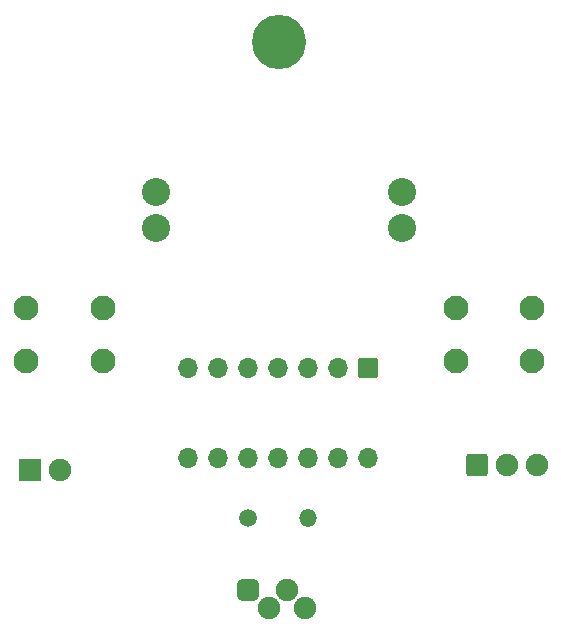
<source format=gts>
G04 #@! TF.GenerationSoftware,KiCad,Pcbnew,(6.0.0)*
G04 #@! TF.CreationDate,2022-03-25T14:06:01-05:00*
G04 #@! TF.ProjectId,gencyber-badge-22_2,67656e63-7962-4657-922d-62616467652d,rev?*
G04 #@! TF.SameCoordinates,Original*
G04 #@! TF.FileFunction,Soldermask,Top*
G04 #@! TF.FilePolarity,Negative*
%FSLAX46Y46*%
G04 Gerber Fmt 4.6, Leading zero omitted, Abs format (unit mm)*
G04 Created by KiCad (PCBNEW (6.0.0)) date 2022-03-25 14:06:01*
%MOMM*%
%LPD*%
G01*
G04 APERTURE LIST*
G04 Aperture macros list*
%AMRoundRect*
0 Rectangle with rounded corners*
0 $1 Rounding radius*
0 $2 $3 $4 $5 $6 $7 $8 $9 X,Y pos of 4 corners*
0 Add a 4 corners polygon primitive as box body*
4,1,4,$2,$3,$4,$5,$6,$7,$8,$9,$2,$3,0*
0 Add four circle primitives for the rounded corners*
1,1,$1+$1,$2,$3*
1,1,$1+$1,$4,$5*
1,1,$1+$1,$6,$7*
1,1,$1+$1,$8,$9*
0 Add four rect primitives between the rounded corners*
20,1,$1+$1,$2,$3,$4,$5,0*
20,1,$1+$1,$4,$5,$6,$7,0*
20,1,$1+$1,$6,$7,$8,$9,0*
20,1,$1+$1,$8,$9,$2,$3,0*%
G04 Aperture macros list end*
%ADD10C,2.100000*%
%ADD11C,4.600000*%
%ADD12RoundRect,0.300200X-0.649800X-0.649800X0.649800X-0.649800X0.649800X0.649800X-0.649800X0.649800X0*%
%ADD13C,1.900000*%
%ADD14RoundRect,0.050000X0.900000X0.900000X-0.900000X0.900000X-0.900000X-0.900000X0.900000X-0.900000X0*%
%ADD15RoundRect,0.050000X-0.800000X0.800000X-0.800000X-0.800000X0.800000X-0.800000X0.800000X0.800000X0*%
%ADD16O,1.700000X1.700000*%
%ADD17RoundRect,0.500000X-0.450000X-0.450000X0.450000X-0.450000X0.450000X0.450000X-0.450000X0.450000X0*%
%ADD18C,1.500000*%
%ADD19O,1.500000X1.500000*%
%ADD20C,2.386000*%
G04 APERTURE END LIST*
D10*
X136050000Y-88550000D03*
X129550000Y-88550000D03*
X136050000Y-93050000D03*
X129550000Y-93050000D03*
D11*
X151000000Y-66100000D03*
D12*
X167760000Y-101875000D03*
D13*
X170300000Y-101875000D03*
X172840000Y-101875000D03*
D14*
X129910000Y-102300000D03*
D13*
X132450000Y-102300000D03*
D15*
X158560000Y-93700000D03*
D16*
X156020000Y-93700000D03*
X153480000Y-93700000D03*
X150940000Y-93700000D03*
X148400000Y-93700000D03*
X145860000Y-93700000D03*
X143320000Y-93700000D03*
X143320000Y-101320000D03*
X145860000Y-101320000D03*
X148400000Y-101320000D03*
X150940000Y-101320000D03*
X153480000Y-101320000D03*
X156020000Y-101320000D03*
X158560000Y-101320000D03*
D17*
X148390000Y-112440000D03*
D13*
X150168000Y-113964000D03*
X151692000Y-112440000D03*
X153216000Y-113964000D03*
D10*
X172450000Y-88550000D03*
X165950000Y-88550000D03*
X172450000Y-93050000D03*
X165950000Y-93050000D03*
D18*
X148360000Y-106380000D03*
D19*
X153440000Y-106380000D03*
D20*
X161414000Y-78776000D03*
X161414000Y-81824000D03*
X140586000Y-81824000D03*
X140586000Y-78776000D03*
M02*

</source>
